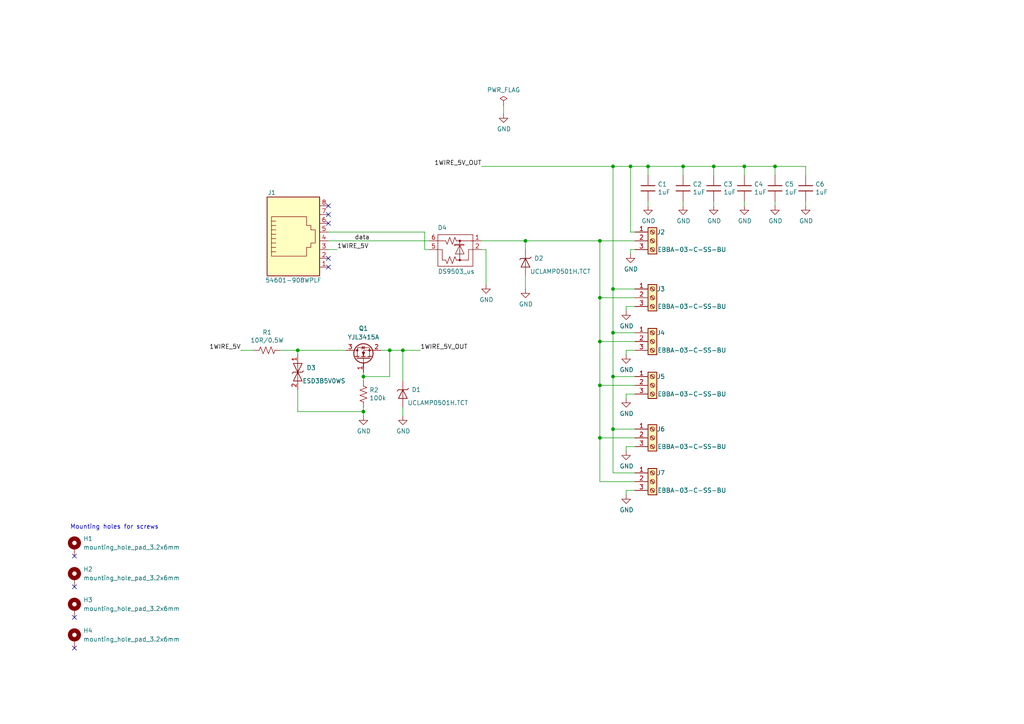
<source format=kicad_sch>
(kicad_sch (version 20230121) (generator eeschema)
  (paper "A4")
  (title_block (title "Hub 1-Wire bus") (date "2023-05-26") (rev "v1.0") (company "Roman Labovsky (roman-labovsky.cz)"))
  (lib_symbols
    (symbol "capacitor_smd_rl:c_1206" (pin_numbers hide) (pin_names (offset 1.016) hide)
      (property "Reference" "C" (at 0 3.81 0))
      (property "Value" "c_1206" (at 0 -3.81 0))
      (symbol "c_1206_1_1"
        (polyline (pts (xy -0.762 -2.032) (xy -0.762 2.032)) (stroke (width 0.254)))
        (polyline (pts (xy 0.762 -2.032) (xy 0.762 2.032)) (stroke (width 0.254)))
        (pin passive line (at -3.81 0 0) (length 2.8956) (name "~") (number "1"))
        (pin passive line (at 3.81 0 180) (length 2.8956) (name "~") (number "2"))
      )
    )
    (symbol "connector_rj45_tht_rl:54601-908WPLF" (pin_names (offset 1.016))
      (property "Reference" "J" (at -6.35 12.7 0))
      (property "Value" "54601-908WPLF" (at -5.08 -12.7 0))
      (symbol "54601-908WPLF_1_1"
        (polyline (pts (xy -5.08 3.175) (xy -6.35 3.175)))
        (polyline (pts (xy -5.08 4.445) (xy -6.35 4.445)))
        (polyline (pts (xy -6.35 -4.445) (xy -5.08 -4.445) (xy -5.08 -4.445)))
        (polyline (pts (xy -6.35 -3.175) (xy -5.08 -3.175) (xy -5.08 -3.175)))
        (polyline (pts (xy -6.35 -1.905) (xy -5.08 -1.905) (xy -5.08 -1.905)))
        (polyline (pts (xy -6.35 -0.635) (xy -5.08 -0.635) (xy -5.08 -0.635)))
        (polyline (pts (xy -6.35 0.635) (xy -5.08 0.635) (xy -5.08 0.635)))
        (polyline (pts (xy -5.08 1.905) (xy -6.35 1.905) (xy -6.35 1.905)))
        (polyline (pts (xy -6.35 -5.715) (xy -6.35 5.715) (xy 3.81 5.715) (xy 3.81 3.175) (xy 5.08 3.175) (xy 5.08 1.905) (xy 6.35 1.905) (xy 6.35 -1.905) (xy 5.08 -1.905) (xy 5.08 -3.175) (xy 3.81 -3.175) (xy 3.81 -5.715) (xy -6.35 -5.715) (xy -6.35 -5.715)))
        (rectangle (start 7.62 11.43) (end -7.62 -11.43) (stroke (width 0.254)) (fill (type background)))
        (pin passive line (at 10.16 -8.89 180) (length 2.54) (name "~") (number "1"))
        (pin passive line (at 10.16 -6.35 180) (length 2.54) (name "~") (number "2"))
        (pin passive line (at 10.16 -3.81 180) (length 2.54) (name "~") (number "3"))
        (pin passive line (at 10.16 -1.27 180) (length 2.54) (name "~") (number "4"))
        (pin passive line (at 10.16 1.27 180) (length 2.54) (name "~") (number "5"))
        (pin passive line (at 10.16 3.81 180) (length 2.54) (name "~") (number "6"))
        (pin passive line (at 10.16 6.35 180) (length 2.54) (name "~") (number "7"))
        (pin passive line (at 10.16 8.89 180) (length 2.54) (name "~") (number "8"))
      )
    )
    (symbol "mounting_hole_pad_rl:mounting_hole_pad_3.2x6mm" (pin_numbers hide) (pin_names (offset 1.016) hide) (in_bom no)
      (property "Reference" "H" (at 0 2.54 0))
      (property "Value" "mounting_hole_pad_3.2x6mm" (at 16.51 0 0))
      (symbol "mounting_hole_pad_3.2x6mm_1_1"
        (circle (center 0 0) (radius 1.27) (stroke (width 1.27)))
        (pin input line (at 0 -3.81 90) (length 2.54) (name "1") (number "1"))
      )
    )
    (symbol "power:GND" (power) (pin_names (offset 0))
      (property "Value" "GND" (at 0 -3.81 0))
      (symbol "GND_0_1"
        (polyline (pts (xy 0 0) (xy 0 -1.27) (xy 1.27 -1.27) (xy 0 -2.54) (xy -1.27 -1.27) (xy 0 -1.27)))
      )
      (symbol "GND_1_1"
        (pin power_in line (at 0 0 270) (length 0) hide (name "GND") (number "1"))
      )
    )
    (symbol "power:PWR_FLAG" (power) (pin_numbers hide) (pin_names (offset 0) hide)
      (property "Value" "PWR_FLAG" (at 0 3.81 0))
      (symbol "PWR_FLAG_0_0"
        (pin power_out line (at 0 0 90) (length 0) (name "pwr") (number "1"))
      )
      (symbol "PWR_FLAG_0_1"
        (polyline (pts (xy 0 0) (xy 0 1.27) (xy -1.016 1.905) (xy 0 2.54) (xy 1.016 1.905) (xy 0 1.27)))
      )
    )
    (symbol "resistor_smd_rl:r_1206_us" (pin_numbers hide) (pin_names hide)
      (property "Reference" "R" (at 0 2.032 0))
      (property "Value" "resistor_us" (at 0 -2.54 0))
      (symbol "r_1206_us_1_1"
        (polyline (pts (xy -2.286 0) (xy -2.54 0)))
        (polyline (pts (xy 2.286 0) (xy 2.54 0)))
        (polyline (pts (xy -2.286 0) (xy -1.905 1.016) (xy -1.524 0) (xy -1.143 -1.016) (xy -0.762 0)))
        (polyline (pts (xy -0.762 0) (xy -0.381 1.016) (xy 0 0) (xy 0.381 -1.016) (xy 0.762 0)))
        (polyline (pts (xy 0.762 0) (xy 1.143 1.016) (xy 1.524 0) (xy 1.905 -1.016) (xy 2.286 0)))
        (pin passive line (at -3.81 0 0) (length 1.27) (name "~") (number "1"))
        (pin passive line (at 3.81 0 180) (length 1.27) (name "~") (number "2"))
      )
    )
    (symbol "terminal_block_tht_rl:EBBA-03-C-SS-BU" (pin_names (offset 1.016) hide)
      (property "Reference" "J" (at 0 5.08 0))
      (property "Value" "EBBA-03-C-SS-BU" (at 0 -5.08 0))
      (symbol "EBBA-03-C-SS-BU_1_1"
        (rectangle (start -1.27 3.81) (end 1.27 -3.81) (stroke (width 0.254)) (fill (type background)))
        (circle (center 0 -2.54) (radius 0.635) (stroke (width 0.1524)))
        (polyline (pts (xy -0.5334 -2.2098) (xy 0.3302 -3.048)) (stroke (width 0.1524)))
        (polyline (pts (xy -0.5334 0.3302) (xy 0.3302 -0.508)) (stroke (width 0.1524)))
        (polyline (pts (xy -0.5334 2.8702) (xy 0.3302 2.032)) (stroke (width 0.1524)))
        (polyline (pts (xy -0.3556 -2.032) (xy 0.508 -2.8702)) (stroke (width 0.1524)))
        (polyline (pts (xy -0.3556 0.508) (xy 0.508 -0.3302)) (stroke (width 0.1524)))
        (polyline (pts (xy -0.3556 3.048) (xy 0.508 2.2098)) (stroke (width 0.1524)))
        (circle (center 0 0) (radius 0.635) (stroke (width 0.1524)))
        (circle (center 0 2.54) (radius 0.635) (stroke (width 0.1524)))
        (pin passive line (at -5.08 2.54 0) (length 3.81) (name "Pin_1") (number "1"))
        (pin passive line (at -5.08 0 0) (length 3.81) (name "Pin_2") (number "2"))
        (pin passive line (at -5.08 -2.54 0) (length 3.81) (name "Pin_3") (number "3"))
      )
    )
    (symbol "transil_diode_smd_rl:DS9503_us" (pin_names (offset 1.016) hide)
      (property "Reference" "D" (at -4.572 5.334 0))
      (property "Value" "DS9503_us" (at -0.254 -6.35 0))
      (symbol "DS9503_us_0_0"
        (pin no_connect line (at -7.62 -2.54 0) (length 2.54) hide (name "~") (number "3"))
        (pin no_connect line (at 7.62 -2.54 180) (length 2.54) hide (name "~") (number "4"))
        (pin passive line (at 7.62 0 180) (length 2.54) (name "A") (number "5"))
        (pin passive line (at 7.62 2.54 180) (length 2.54) (name "K") (number "6"))
      )
      (symbol "DS9503_us_0_1"
        (circle (center -1.27 -3.048) (radius 0.254) (fill (type outline)))
        (circle (center -1.27 2.54) (radius 0.254) (fill (type outline)))
        (polyline (pts (xy -5.334 2.54) (xy -4.572 2.54)))
        (polyline (pts (xy -5.08 -4.826) (xy -5.08 4.318)))
        (polyline (pts (xy -2.54 1.524) (xy 0 1.524)))
        (polyline (pts (xy -1.27 2.54) (xy -4.826 2.54)))
        (polyline (pts (xy -1.27 2.54) (xy -1.27 1.524)))
        (polyline (pts (xy -1.27 2.54) (xy -1.27 2.54)) (stroke (width 0.2032)))
        (polyline (pts (xy -1.27 2.54) (xy -1.27 2.54)) (stroke (width 0.2032)))
        (polyline (pts (xy -0.508 -3.048) (xy -0.254 -3.048)))
        (polyline (pts (xy -0.254 2.54) (xy -1.778 2.54)))
        (polyline (pts (xy 0 1.27) (xy 0.254 1.016)))
        (polyline (pts (xy 2.794 -3.048) (xy 3.81 -3.048)))
        (polyline (pts (xy 2.794 2.54) (xy 3.81 2.54)))
        (polyline (pts (xy 3.81 2.54) (xy 5.08 2.54)))
        (polyline (pts (xy 5.08 -4.826) (xy -5.08 -4.826)))
        (polyline (pts (xy 5.08 -4.826) (xy 5.08 4.318)))
        (polyline (pts (xy 0 1.524) (xy 0.127 1.524) (xy 0.381 1.27)))
        (polyline (pts (xy 3.81 -3.048) (xy 3.81 0) (xy 5.08 0)))
        (polyline (pts (xy -1.27 -0.508) (xy -1.27 -3.048) (xy -1.016 -3.048) (xy -0.508 -3.048)))
        (polyline (pts (xy -1.27 -3.048) (xy -2.032 -3.048) (xy -3.81 -3.048) (xy -3.81 0) (xy -5.08 0)))
        (rectangle (start 5.08 4.318) (end -5.08 4.318))
      )
      (symbol "DS9503_us_1_1"
        (polyline (pts (xy -1.27 -1.27) (xy -1.27 1.27)))
        (polyline (pts (xy 0 1.27) (xy -2.54 1.27)))
        (polyline (pts (xy 0 -1.27) (xy -2.54 -1.27) (xy -1.27 1.27) (xy 0 -1.27)))
        (polyline (pts (xy -0.254 -3.048) (xy 0.127 -2.032) (xy 0.508 -3.048) (xy 0.889 -4.064) (xy 1.27 -3.048)))
        (polyline (pts (xy -0.254 2.54) (xy 0.127 3.556) (xy 0.508 2.54) (xy 0.889 1.524) (xy 1.27 2.54)))
        (polyline (pts (xy 1.27 -3.048) (xy 1.651 -2.032) (xy 2.032 -3.048) (xy 2.413 -4.064) (xy 2.794 -3.048)))
        (polyline (pts (xy 1.27 2.54) (xy 1.651 3.556) (xy 2.032 2.54) (xy 2.413 1.524) (xy 2.794 2.54)))
        (pin passive line (at -7.62 2.54 0) (length 2.54) (name "K") (number "1"))
        (pin passive line (at -7.62 0 0) (length 2.54) (name "A") (number "2"))
      )
    )
    (symbol "transil_diode_smd_rl:ESD3B5V0WS" (pin_names (offset 1.016) hide)
      (property "Reference" "D" (at -2.54 3.81 0))
      (property "Value" "ESD3B5V0WS" (at -7.62 0 0))
      (symbol "ESD3B5V0WS_1_1"
        (polyline (pts (xy -1.27 1.27) (xy -1.651 0.889)) (stroke (width 0.2032)))
        (polyline (pts (xy 0 -1.27) (xy 0 1.27)))
        (polyline (pts (xy 0 3.81) (xy 0 1.27)))
        (polyline (pts (xy 1.27 1.27) (xy -1.27 1.27)) (stroke (width 0.2032)))
        (polyline (pts (xy 1.27 1.27) (xy 1.651 1.651)) (stroke (width 0.2032)))
        (polyline (pts (xy -1.27 3.81) (xy 1.27 3.81) (xy 0 1.27) (xy -1.27 3.81)) (stroke (width 0.2032)))
        (polyline (pts (xy 1.27 -1.27) (xy -1.27 -1.27) (xy 0 1.27) (xy 1.27 -1.27)) (stroke (width 0.2032)))
        (pin passive line (at 0 6.35 270) (length 2.54) (name "A1") (number "1"))
        (pin passive line (at 0 -3.81 90) (length 2.54) (name "A2") (number "2"))
      )
    )
    (symbol "transil_diode_smd_rl:UCLAMP0501H.TCT" (pin_numbers hide) (pin_names (offset 1.016) hide)
      (property "Reference" "D" (at 1.27 3.81 0))
      (property "Value" "UCLAMP0501H.TCT" (at 8.89 -2.54 0))
      (symbol "UCLAMP0501H.TCT_0_1"
        (polyline (pts (xy -1.27 1.27) (xy -1.651 0.889)) (stroke (width 0.2032)))
        (polyline (pts (xy 1.27 1.27) (xy 1.651 1.651)) (stroke (width 0.2032)))
      )
      (symbol "UCLAMP0501H.TCT_1_1"
        (polyline (pts (xy 0 -1.27) (xy 0 1.27)))
        (polyline (pts (xy 1.27 1.27) (xy -1.27 1.27)) (stroke (width 0.2032)))
        (polyline (pts (xy 1.27 -1.27) (xy -1.27 -1.27) (xy 0 1.27) (xy 1.27 -1.27)) (stroke (width 0.2032)))
        (pin passive line (at 0 3.81 270) (length 2.54) (name "K") (number "1"))
        (pin passive line (at 0 -3.81 90) (length 2.54) (name "A") (number "2"))
      )
    )
    (symbol "unipolar_transistor_smd_rl:YJL3415A" (pin_names hide)
      (property "Reference" "Q" (at 1.27 3.81 0))
      (property "Value" "YJL3415A" (at 5.08 -3.81 0))
      (symbol "YJL3415A_1_1"
        (circle (center -0.889 0) (radius 2.794) (stroke (width 0.254)))
        (circle (center 0 -1.778) (radius 0.254) (fill (type outline)))
        (polyline (pts (xy -2.286 0) (xy -5.08 0)))
        (polyline (pts (xy -2.286 1.905) (xy -2.286 -1.905)) (stroke (width 0.254)))
        (polyline (pts (xy -1.778 -1.27) (xy -1.778 -2.286)) (stroke (width 0.254)))
        (polyline (pts (xy -1.778 0.508) (xy -1.778 -0.508)) (stroke (width 0.254)))
        (polyline (pts (xy -1.778 2.286) (xy -1.778 1.27)) (stroke (width 0.254)))
        (polyline (pts (xy 0 2.54) (xy 0 1.778)))
        (polyline (pts (xy 0 -2.54) (xy 0 0) (xy -1.778 0)))
        (polyline (pts (xy -1.778 -1.778) (xy 0.762 -1.778) (xy 0.762 1.778) (xy -1.778 1.778)))
        (polyline (pts (xy -1.524 0) (xy -0.508 0.381) (xy -0.508 -0.381) (xy -1.524 0)) (fill (type outline)))
        (polyline (pts (xy 0.254 0.508) (xy 0.381 0.381) (xy 1.143 0.381) (xy 1.27 0.254)))
        (polyline (pts (xy 0.762 0.381) (xy 0.381 -0.254) (xy 1.143 -0.254) (xy 0.762 0.381)))
        (circle (center 0 1.778) (radius 0.254) (fill (type outline)))
        (pin input line (at -6.35 0 0) (length 2.54) (name "G") (number "1"))
        (pin passive line (at 0 -5.08 90) (length 2.54) (name "S") (number "2"))
        (pin passive line (at 0 5.08 270) (length 2.54) (name "D") (number "3"))
      )
    )
  )
  (junction (at 105.41 109.22))
  (junction (at 86.36 101.6))
  (junction (at 177.8 96.52))
  (junction (at 224.79 48.26))
  (junction (at 173.99 127))
  (junction (at 105.41 119.38))
  (junction (at 177.8 48.26))
  (junction (at 116.84 101.6))
  (junction (at 177.8 83.82))
  (junction (at 198.12 48.26))
  (junction (at 152.4 69.85))
  (junction (at 187.96 48.26))
  (junction (at 207.01 48.26))
  (junction (at 177.8 124.46))
  (junction (at 177.8 109.22))
  (junction (at 182.88 48.26))
  (junction (at 173.99 86.36))
  (junction (at 173.99 69.85))
  (junction (at 113.03 101.6))
  (junction (at 215.9 48.26))
  (junction (at 173.99 99.06))
  (junction (at 173.99 111.76))
  (no_connect (at 21.59 170.18))
  (no_connect (at 95.25 74.93))
  (no_connect (at 95.25 64.77))
  (no_connect (at 21.59 187.96))
  (no_connect (at 95.25 77.47))
  (no_connect (at 95.25 62.23))
  (no_connect (at 21.59 179.07))
  (no_connect (at 21.59 161.29))
  (no_connect (at 95.25 59.69))
  (wire (pts (xy 86.36 102.87) (xy 86.36 101.6)))
  (wire (pts (xy 173.99 127) (xy 173.99 111.76)))
  (wire (pts (xy 177.8 83.82) (xy 177.8 96.52)))
  (wire (pts (xy 139.7 69.85) (xy 152.4 69.85)))
  (wire (pts (xy 184.15 137.16) (xy 177.8 137.16)))
  (wire (pts (xy 198.12 59.69) (xy 198.12 58.42)))
  (wire (pts (xy 113.03 101.6) (xy 110.49 101.6)))
  (wire (pts (xy 187.96 48.26) (xy 187.96 50.8)))
  (wire (pts (xy 233.68 58.42) (xy 233.68 59.69)))
  (wire (pts (xy 184.15 139.7) (xy 173.99 139.7)))
  (wire (pts (xy 139.7 48.26) (xy 177.8 48.26)))
  (wire (pts (xy 181.61 142.24) (xy 181.61 143.51)))
  (wire (pts (xy 181.61 114.3) (xy 181.61 115.57)))
  (wire (pts (xy 184.15 72.39) (xy 182.88 72.39)))
  (wire (pts (xy 177.8 48.26) (xy 182.88 48.26)))
  (wire (pts (xy 152.4 72.39) (xy 152.4 69.85)))
  (wire (pts (xy 215.9 48.26) (xy 224.79 48.26)))
  (wire (pts (xy 184.15 109.22) (xy 177.8 109.22)))
  (wire (pts (xy 181.61 129.54) (xy 181.61 130.81)))
  (wire (pts (xy 86.36 119.38) (xy 86.36 113.03)))
  (wire (pts (xy 181.61 88.9) (xy 181.61 90.17)))
  (wire (pts (xy 95.25 69.85) (xy 124.46 69.85)))
  (wire (pts (xy 116.84 101.6) (xy 116.84 110.49)))
  (wire (pts (xy 177.8 83.82) (xy 184.15 83.82)))
  (wire (pts (xy 182.88 48.26) (xy 182.88 67.31)))
  (wire (pts (xy 173.99 99.06) (xy 173.99 86.36)))
  (wire (pts (xy 105.41 109.22) (xy 113.03 109.22)))
  (wire (pts (xy 152.4 69.85) (xy 173.99 69.85)))
  (wire (pts (xy 215.9 58.42) (xy 215.9 59.69)))
  (wire (pts (xy 184.15 96.52) (xy 177.8 96.52)))
  (wire (pts (xy 184.15 142.24) (xy 181.61 142.24)))
  (wire (pts (xy 184.15 67.31) (xy 182.88 67.31)))
  (wire (pts (xy 215.9 50.8) (xy 215.9 48.26)))
  (wire (pts (xy 105.41 120.65) (xy 105.41 119.38)))
  (wire (pts (xy 177.8 83.82) (xy 177.8 48.26)))
  (wire (pts (xy 184.15 88.9) (xy 181.61 88.9)))
  (wire (pts (xy 105.41 107.95) (xy 105.41 109.22)))
  (wire (pts (xy 187.96 58.42) (xy 187.96 59.69)))
  (wire (pts (xy 224.79 58.42) (xy 224.79 59.69)))
  (wire (pts (xy 116.84 101.6) (xy 121.92 101.6)))
  (wire (pts (xy 184.15 101.6) (xy 181.61 101.6)))
  (wire (pts (xy 152.4 80.01) (xy 152.4 83.82)))
  (wire (pts (xy 184.15 111.76) (xy 173.99 111.76)))
  (wire (pts (xy 81.28 101.6) (xy 86.36 101.6)))
  (wire (pts (xy 105.41 119.38) (xy 105.41 118.11)))
  (wire (pts (xy 184.15 124.46) (xy 177.8 124.46)))
  (wire (pts (xy 184.15 114.3) (xy 181.61 114.3)))
  (wire (pts (xy 177.8 137.16) (xy 177.8 124.46)))
  (wire (pts (xy 140.97 72.39) (xy 140.97 82.55)))
  (wire (pts (xy 184.15 86.36) (xy 173.99 86.36)))
  (wire (pts (xy 184.15 127) (xy 173.99 127)))
  (wire (pts (xy 207.01 48.26) (xy 215.9 48.26)))
  (wire (pts (xy 86.36 101.6) (xy 100.33 101.6)))
  (wire (pts (xy 173.99 99.06) (xy 173.99 111.76)))
  (wire (pts (xy 184.15 99.06) (xy 173.99 99.06)))
  (wire (pts (xy 124.46 72.39) (xy 123.19 72.39)))
  (wire (pts (xy 116.84 118.11) (xy 116.84 120.65)))
  (wire (pts (xy 224.79 48.26) (xy 233.68 48.26)))
  (wire (pts (xy 182.88 48.26) (xy 187.96 48.26)))
  (wire (pts (xy 146.05 33.02) (xy 146.05 30.48)))
  (wire (pts (xy 181.61 101.6) (xy 181.61 102.87)))
  (wire (pts (xy 139.7 72.39) (xy 140.97 72.39)))
  (wire (pts (xy 173.99 139.7) (xy 173.99 127)))
  (wire (pts (xy 113.03 101.6) (xy 116.84 101.6)))
  (wire (pts (xy 187.96 48.26) (xy 198.12 48.26)))
  (wire (pts (xy 123.19 67.31) (xy 123.19 72.39)))
  (wire (pts (xy 198.12 50.8) (xy 198.12 48.26)))
  (wire (pts (xy 73.66 101.6) (xy 69.85 101.6)))
  (wire (pts (xy 177.8 96.52) (xy 177.8 109.22)))
  (wire (pts (xy 182.88 72.39) (xy 182.88 73.66)))
  (wire (pts (xy 224.79 50.8) (xy 224.79 48.26)))
  (wire (pts (xy 177.8 124.46) (xy 177.8 109.22)))
  (wire (pts (xy 173.99 69.85) (xy 184.15 69.85)))
  (wire (pts (xy 97.79 72.39) (xy 95.25 72.39)))
  (wire (pts (xy 207.01 58.42) (xy 207.01 59.69)))
  (wire (pts (xy 207.01 50.8) (xy 207.01 48.26)))
  (wire (pts (xy 95.25 67.31) (xy 123.19 67.31)))
  (wire (pts (xy 113.03 109.22) (xy 113.03 101.6)))
  (wire (pts (xy 173.99 86.36) (xy 173.99 69.85)))
  (wire (pts (xy 198.12 48.26) (xy 207.01 48.26)))
  (wire (pts (xy 233.68 48.26) (xy 233.68 50.8)))
  (wire (pts (xy 105.41 109.22) (xy 105.41 110.49)))
  (wire (pts (xy 184.15 129.54) (xy 181.61 129.54)))
  (wire (pts (xy 105.41 119.38) (xy 86.36 119.38)))
  (text "Mounting holes for screws" (at 20.32 153.67 0) (effects (font (size 1.27 1.27)) (justify left bottom)))
  (label "1WIRE_5V_OUT" (at 121.92 101.6 0))
  (label "data" (at 102.87 69.85 0))
  (label "1WIRE_5V" (at 97.79 72.39 0))
  (label "1WIRE_5V_OUT" (at 139.7 48.26 180))
  (label "1WIRE_5V" (at 69.85 101.6 180))
  (symbol (lib_id "connector_rj45_tht_rl:54601-908WPLF") (at 85.09 68.58 0) (unit 1)
    (property "Reference" "J1" (at 80.01 55.88 0) (effects (justify right)))
    (property "Value" "54601-908WPLF" (at 85.09 81.28 0))
    (property "Footprint" "connector_rl:rj45_54601-908WPLF" (effects hide))
    (property "Datasheet" "https://cdn.amphenol-cs.com/media/wysiwyg/files/drawing/c-bmj-0051.pdf" (effects hide))
  )
  (symbol (lib_id "terminal_block_tht_rl:EBBA-03-C-SS-BU") (at 189.23 69.85 0) (unit 1)
    (property "Reference" "J2" (at 190.5 67.31 0) (effects (justify left)))
    (property "Value" "EBBA-03-C-SS-BU" (at 200.66 72.39 0))
    (property "Footprint" "terminal_block_tht_rl:EBBA-03-C-SS-BU" (effects hide))
    (property "Datasheet" "https://app.adam-tech.com/products/download/data_sheet/204164/ebba-xx-c-ss-bu-data-sheet.pdf" (effects hide))
  )
  (symbol (lib_id "power:GND") (at 182.88 73.66 0) (unit 1)
    (property "Reference" "#PWR07" (effects hide))
    (property "Value" "GND" (at 183.007 78.0542 0))
  )
  (symbol (lib_id "capacitor_smd_rl:c_1206") (at 187.96 54.61 270) (unit 1)
    (property "Reference" "C1" (at 190.754 53.4416 90) (effects (justify left)))
    (property "Value" "1uF" (at 190.754 55.753 90) (effects (justify left)))
    (property "Footprint" "capacitor_smd_rl:c_1206" (effects hide))
  )
  (symbol (lib_id "power:GND") (at 187.96 59.69 0) (unit 1)
    (property "Reference" "#PWR0101" (effects hide))
    (property "Value" "GND" (at 188.087 64.0842 0))
  )
  (symbol (lib_id "transil_diode_smd_rl:UCLAMP0501H.TCT") (at 116.84 114.3 0) (unit 1)
    (property "Reference" "D1" (at 119.38 113.03 0) (effects (justify left)))
    (property "Value" "UCLAMP0501H.TCT" (at 127 116.84 0))
    (property "Footprint" "package_sod_rl:sod_523" (effects hide))
    (property "Datasheet" "https://semtech.my.salesforce.com/sfc/p/#E0000000JelG/a/44000000MCOu/TAxz.g3b9Kc3zALQPNaVYTri83_DHtuxXaYryd8B43M" (effects hide))
  )
  (symbol (lib_id "transil_diode_smd_rl:UCLAMP0501H.TCT") (at 152.4 76.2 0) (unit 1)
    (property "Reference" "D2" (at 154.94 74.93 0) (effects (justify left)))
    (property "Value" "UCLAMP0501H.TCT" (at 162.56 78.74 0))
    (property "Footprint" "package_sod_rl:sod_523" (effects hide))
    (property "Datasheet" "https://semtech.my.salesforce.com/sfc/p/#E0000000JelG/a/44000000MCOu/TAxz.g3b9Kc3zALQPNaVYTri83_DHtuxXaYryd8B43M" (effects hide))
  )
  (symbol (lib_id "transil_diode_smd_rl:DS9503_us") (at 132.08 72.39 0) (mirror y) (unit 1)
    (property "Reference" "D4" (at 128.27 66.04 0))
    (property "Value" "DS9503_us" (at 132.334 78.74 0))
    (property "Footprint" "package_tsoc_rl:tsoc_6" (effects hide))
    (property "Datasheet" "https://datasheets.maximintegrated.com/en/ds/DS9503.pdf" (effects hide))
  )
  (symbol (lib_id "power:GND") (at 116.84 120.65 0) (unit 1)
    (property "Reference" "#PWR05" (effects hide))
    (property "Value" "GND" (at 116.967 125.0442 0))
  )
  (symbol (lib_id "terminal_block_tht_rl:EBBA-03-C-SS-BU") (at 189.23 86.36 0) (unit 1)
    (property "Reference" "J3" (at 190.5 83.82 0) (effects (justify left)))
    (property "Value" "EBBA-03-C-SS-BU" (at 200.66 88.9 0))
    (property "Footprint" "terminal_block_tht_rl:EBBA-03-C-SS-BU" (effects hide))
    (property "Datasheet" "https://app.adam-tech.com/products/download/data_sheet/204164/ebba-xx-c-ss-bu-data-sheet.pdf" (effects hide))
  )
  (symbol (lib_id "terminal_block_tht_rl:EBBA-03-C-SS-BU") (at 189.23 99.06 0) (unit 1)
    (property "Reference" "J4" (at 190.5 96.52 0) (effects (justify left)))
    (property "Value" "EBBA-03-C-SS-BU" (at 200.66 101.6 0))
    (property "Footprint" "terminal_block_tht_rl:EBBA-03-C-SS-BU" (effects hide))
    (property "Datasheet" "https://app.adam-tech.com/products/download/data_sheet/204164/ebba-xx-c-ss-bu-data-sheet.pdf" (effects hide))
  )
  (symbol (lib_id "terminal_block_tht_rl:EBBA-03-C-SS-BU") (at 189.23 111.76 0) (unit 1)
    (property "Reference" "J5" (at 190.5 109.22 0) (effects (justify left)))
    (property "Value" "EBBA-03-C-SS-BU" (at 200.66 114.3 0))
    (property "Footprint" "terminal_block_tht_rl:EBBA-03-C-SS-BU" (effects hide))
    (property "Datasheet" "https://app.adam-tech.com/products/download/data_sheet/204164/ebba-xx-c-ss-bu-data-sheet.pdf" (effects hide))
  )
  (symbol (lib_id "power:GND") (at 181.61 90.17 0) (unit 1)
    (property "Reference" "#PWR0102" (effects hide))
    (property "Value" "GND" (at 181.737 94.5642 0))
  )
  (symbol (lib_id "power:GND") (at 181.61 102.87 0) (unit 1)
    (property "Reference" "#PWR0103" (effects hide))
    (property "Value" "GND" (at 181.737 107.2642 0))
  )
  (symbol (lib_id "power:GND") (at 181.61 115.57 0) (unit 1)
    (property "Reference" "#PWR0104" (effects hide))
    (property "Value" "GND" (at 181.737 119.9642 0))
  )
  (symbol (lib_id "terminal_block_tht_rl:EBBA-03-C-SS-BU") (at 189.23 127 0) (unit 1)
    (property "Reference" "J6" (at 190.5 124.46 0) (effects (justify left)))
    (property "Value" "EBBA-03-C-SS-BU" (at 200.66 129.54 0))
    (property "Footprint" "terminal_block_tht_rl:EBBA-03-C-SS-BU" (effects hide))
    (property "Datasheet" "https://app.adam-tech.com/products/download/data_sheet/204164/ebba-xx-c-ss-bu-data-sheet.pdf" (effects hide))
  )
  (symbol (lib_id "terminal_block_tht_rl:EBBA-03-C-SS-BU") (at 189.23 139.7 0) (unit 1)
    (property "Reference" "J7" (at 190.5 137.16 0) (effects (justify left)))
    (property "Value" "EBBA-03-C-SS-BU" (at 200.66 142.24 0))
    (property "Footprint" "terminal_block_tht_rl:EBBA-03-C-SS-BU" (effects hide))
    (property "Datasheet" "https://app.adam-tech.com/products/download/data_sheet/204164/ebba-xx-c-ss-bu-data-sheet.pdf" (effects hide))
  )
  (symbol (lib_id "power:GND") (at 181.61 130.81 0) (unit 1)
    (property "Reference" "#PWR0105" (effects hide))
    (property "Value" "GND" (at 181.737 135.2042 0))
  )
  (symbol (lib_id "power:GND") (at 181.61 143.51 0) (unit 1)
    (property "Reference" "#PWR0106" (effects hide))
    (property "Value" "GND" (at 181.737 147.9042 0))
  )
  (symbol (lib_id "power:GND") (at 152.4 83.82 0) (unit 1)
    (property "Reference" "#PWR0107" (effects hide))
    (property "Value" "GND" (at 152.527 88.2142 0))
  )
  (symbol (lib_id "power:GND") (at 140.97 82.55 0) (unit 1)
    (property "Reference" "#PWR0109" (effects hide))
    (property "Value" "GND" (at 141.097 86.9442 0))
  )
  (symbol (lib_id "power:PWR_FLAG") (at 146.05 30.48 0) (unit 1)
    (property "Reference" "#FLG0102" (effects hide))
    (property "Value" "PWR_FLAG" (at 146.05 26.0858 0))
  )
  (symbol (lib_id "power:GND") (at 146.05 33.02 0) (unit 1)
    (property "Reference" "#PWR0110" (effects hide))
    (property "Value" "GND" (at 146.177 37.4142 0))
  )
  (symbol (lib_id "capacitor_smd_rl:c_1206") (at 198.12 54.61 270) (unit 1)
    (property "Reference" "C2" (at 200.914 53.4416 90) (effects (justify left)))
    (property "Value" "1uF" (at 200.914 55.753 90) (effects (justify left)))
    (property "Footprint" "capacitor_smd_rl:c_1206" (effects hide))
  )
  (symbol (lib_id "capacitor_smd_rl:c_1206") (at 207.01 54.61 270) (unit 1)
    (property "Reference" "C3" (at 209.804 53.4416 90) (effects (justify left)))
    (property "Value" "1uF" (at 209.804 55.753 90) (effects (justify left)))
    (property "Footprint" "capacitor_smd_rl:c_1206" (effects hide))
  )
  (symbol (lib_id "capacitor_smd_rl:c_1206") (at 215.9 54.61 270) (unit 1)
    (property "Reference" "C4" (at 218.694 53.4416 90) (effects (justify left)))
    (property "Value" "1uF" (at 218.694 55.753 90) (effects (justify left)))
    (property "Footprint" "capacitor_smd_rl:c_1206" (effects hide))
  )
  (symbol (lib_id "capacitor_smd_rl:c_1206") (at 224.79 54.61 270) (unit 1)
    (property "Reference" "C5" (at 227.584 53.4416 90) (effects (justify left)))
    (property "Value" "1uF" (at 227.584 55.753 90) (effects (justify left)))
    (property "Footprint" "capacitor_smd_rl:c_1206" (effects hide))
  )
  (symbol (lib_id "capacitor_smd_rl:c_1206") (at 233.68 54.61 270) (unit 1)
    (property "Reference" "C6" (at 236.474 53.4416 90) (effects (justify left)))
    (property "Value" "1uF" (at 236.474 55.753 90) (effects (justify left)))
    (property "Footprint" "capacitor_smd_rl:c_1206" (effects hide))
  )
  (symbol (lib_id "power:GND") (at 198.12 59.69 0) (unit 1)
    (property "Reference" "#PWR0111" (effects hide))
    (property "Value" "GND" (at 198.247 64.0842 0))
  )
  (symbol (lib_id "power:GND") (at 207.01 59.69 0) (unit 1)
    (property "Reference" "#PWR0112" (effects hide))
    (property "Value" "GND" (at 207.137 64.0842 0))
  )
  (symbol (lib_id "power:GND") (at 215.9 59.69 0) (unit 1)
    (property "Reference" "#PWR0113" (effects hide))
    (property "Value" "GND" (at 216.027 64.0842 0))
  )
  (symbol (lib_id "power:GND") (at 224.79 59.69 0) (unit 1)
    (property "Reference" "#PWR0114" (effects hide))
    (property "Value" "GND" (at 224.917 64.0842 0))
  )
  (symbol (lib_id "power:GND") (at 233.68 59.69 0) (unit 1)
    (property "Reference" "#PWR0115" (effects hide))
    (property "Value" "GND" (at 233.807 64.0842 0))
  )
  (symbol (lib_id "unipolar_transistor_smd_rl:YJL3415A") (at 105.41 101.6 90) (unit 1)
    (property "Reference" "Q1" (at 105.41 95.25 90))
    (property "Value" "YJL3415A" (at 105.41 97.79 90))
    (property "Footprint" "package_sot_rl:sot_23" (effects hide))
    (property "Datasheet" "https://www.alldatasheet.com/datasheet-pdf/pdf/1241842/YANGJIE/YJL3415A.html" (effects hide))
  )
  (symbol (lib_id "resistor_smd_rl:r_1206_us") (at 105.41 114.3 270) (unit 1)
    (property "Reference" "R2" (at 107.1372 113.1316 90) (effects (justify left)))
    (property "Value" "100k" (at 107.1372 115.443 90) (effects (justify left)))
    (property "Footprint" "resistor_smd_rl:r_1206" (effects hide))
  )
  (symbol (lib_id "power:GND") (at 105.41 120.65 0) (unit 1)
    (property "Reference" "#PWR0108" (effects hide))
    (property "Value" "GND" (at 105.537 125.0442 0))
  )
  (symbol (lib_id "transil_diode_smd_rl:ESD3B5V0WS") (at 86.36 109.22 0) (unit 1)
    (property "Reference" "D3" (at 88.9 106.68 0) (effects (justify left)))
    (property "Value" "ESD3B5V0WS" (at 93.98 110.49 0))
    (property "Footprint" "package_sod_rl:sod_323" (effects hide))
    (property "Datasheet" "https://diotec.com/request/datasheet/esd3b5v0ws.pdf" (effects hide))
  )
  (symbol (lib_id "resistor_smd_rl:r_1206_us") (at 77.47 101.6 180) (unit 1)
    (property "Reference" "R1" (at 77.47 96.393 0))
    (property "Value" "10R/0.5W" (at 77.47 98.7044 0))
    (property "Footprint" "resistor_smd_rl:r_1206" (effects hide))
  )
  (symbol (lib_id "mounting_hole_pad_rl:mounting_hole_pad_3.2x6mm") (at 21.59 157.48 0) (unit 1) (in_bom no)
    (property "Reference" "H1" (at 24.13 156.21 0) (effects (justify left)))
    (property "Value" "mounting_hole_pad_3.2x6mm" (at 24.13 158.75 0) (effects (justify left)))
    (property "Footprint" "mounting_hole_pad_rl:mounting_hole_pad_3.2x6mm" (effects hide))
  )
  (symbol (lib_id "mounting_hole_pad_rl:mounting_hole_pad_3.2x6mm") (at 21.59 175.26 0) (unit 1) (in_bom no)
    (property "Reference" "H3" (at 24.13 173.99 0) (effects (justify left)))
    (property "Value" "mounting_hole_pad_3.2x6mm" (at 24.13 176.53 0) (effects (justify left)))
    (property "Footprint" "mounting_hole_pad_rl:mounting_hole_pad_3.2x6mm" (effects hide))
  )
  (symbol (lib_id "mounting_hole_pad_rl:mounting_hole_pad_3.2x6mm") (at 21.59 184.15 0) (unit 1) (in_bom no)
    (property "Reference" "H4" (at 24.13 182.88 0) (effects (justify left)))
    (property "Value" "mounting_hole_pad_3.2x6mm" (at 24.13 185.42 0) (effects (justify left)))
    (property "Footprint" "mounting_hole_pad_rl:mounting_hole_pad_3.2x6mm" (effects hide))
  )
  (symbol (lib_id "mounting_hole_pad_rl:mounting_hole_pad_3.2x6mm") (at 21.59 166.37 0) (unit 1) (in_bom no)
    (property "Reference" "H2" (at 24.13 165.1 0) (effects (justify left)))
    (property "Value" "mounting_hole_pad_3.2x6mm" (at 24.13 167.64 0) (effects (justify left)))
    (property "Footprint" "mounting_hole_pad_rl:mounting_hole_pad_3.2x6mm" (effects hide))
  )
)
</source>
